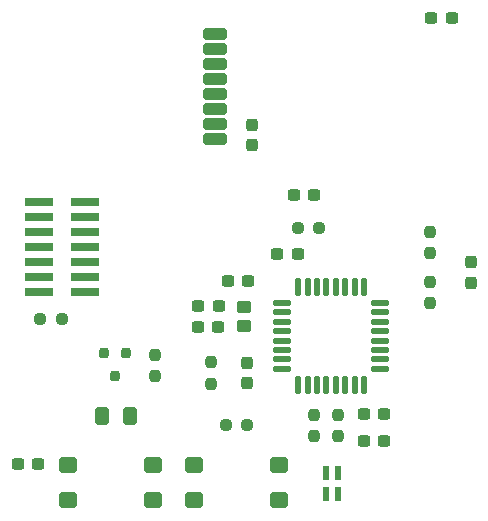
<source format=gtp>
G04 #@! TF.GenerationSoftware,KiCad,Pcbnew,8.0.8*
G04 #@! TF.CreationDate,2025-01-30T19:33:48+01:00*
G04 #@! TF.ProjectId,HAMS_node,48414d53-5f6e-46f6-9465-2e6b69636164,rev?*
G04 #@! TF.SameCoordinates,Original*
G04 #@! TF.FileFunction,Paste,Top*
G04 #@! TF.FilePolarity,Positive*
%FSLAX46Y46*%
G04 Gerber Fmt 4.6, Leading zero omitted, Abs format (unit mm)*
G04 Created by KiCad (PCBNEW 8.0.8) date 2025-01-30 19:33:48*
%MOMM*%
%LPD*%
G01*
G04 APERTURE LIST*
G04 Aperture macros list*
%AMRoundRect*
0 Rectangle with rounded corners*
0 $1 Rounding radius*
0 $2 $3 $4 $5 $6 $7 $8 $9 X,Y pos of 4 corners*
0 Add a 4 corners polygon primitive as box body*
4,1,4,$2,$3,$4,$5,$6,$7,$8,$9,$2,$3,0*
0 Add four circle primitives for the rounded corners*
1,1,$1+$1,$2,$3*
1,1,$1+$1,$4,$5*
1,1,$1+$1,$6,$7*
1,1,$1+$1,$8,$9*
0 Add four rect primitives between the rounded corners*
20,1,$1+$1,$2,$3,$4,$5,0*
20,1,$1+$1,$4,$5,$6,$7,0*
20,1,$1+$1,$6,$7,$8,$9,0*
20,1,$1+$1,$8,$9,$2,$3,0*%
G04 Aperture macros list end*
%ADD10RoundRect,0.350000X0.450000X0.350000X-0.450000X0.350000X-0.450000X-0.350000X0.450000X-0.350000X0*%
%ADD11RoundRect,0.237500X0.250000X0.237500X-0.250000X0.237500X-0.250000X-0.237500X0.250000X-0.237500X0*%
%ADD12RoundRect,0.237500X0.300000X0.237500X-0.300000X0.237500X-0.300000X-0.237500X0.300000X-0.237500X0*%
%ADD13RoundRect,0.250000X0.350000X-0.275000X0.350000X0.275000X-0.350000X0.275000X-0.350000X-0.275000X0*%
%ADD14RoundRect,0.237500X-0.250000X-0.237500X0.250000X-0.237500X0.250000X0.237500X-0.250000X0.237500X0*%
%ADD15RoundRect,0.300000X0.300000X-0.450000X0.300000X0.450000X-0.300000X0.450000X-0.300000X-0.450000X0*%
%ADD16RoundRect,0.125000X-0.625000X-0.125000X0.625000X-0.125000X0.625000X0.125000X-0.625000X0.125000X0*%
%ADD17RoundRect,0.125000X-0.125000X-0.625000X0.125000X-0.625000X0.125000X0.625000X-0.125000X0.625000X0*%
%ADD18RoundRect,0.237500X-0.237500X0.300000X-0.237500X-0.300000X0.237500X-0.300000X0.237500X0.300000X0*%
%ADD19RoundRect,0.237500X-0.300000X-0.237500X0.300000X-0.237500X0.300000X0.237500X-0.300000X0.237500X0*%
%ADD20RoundRect,0.237500X0.237500X-0.250000X0.237500X0.250000X-0.237500X0.250000X-0.237500X-0.250000X0*%
%ADD21R,0.600000X1.200000*%
%ADD22RoundRect,0.237500X0.237500X-0.300000X0.237500X0.300000X-0.237500X0.300000X-0.237500X-0.300000X0*%
%ADD23RoundRect,0.200000X-0.200000X0.250000X-0.200000X-0.250000X0.200000X-0.250000X0.200000X0.250000X0*%
%ADD24RoundRect,0.237500X-0.237500X0.250000X-0.237500X-0.250000X0.237500X-0.250000X0.237500X0.250000X0*%
%ADD25RoundRect,0.250000X0.750000X-0.250000X0.750000X0.250000X-0.750000X0.250000X-0.750000X-0.250000X0*%
%ADD26R,2.400000X0.740000*%
G04 APERTURE END LIST*
D10*
X183400000Y-101650000D03*
X190600000Y-101650000D03*
X183400000Y-104650000D03*
X190600000Y-104650000D03*
D11*
X187962500Y-98300000D03*
X186137500Y-98300000D03*
D12*
X199525000Y-99625000D03*
X197800000Y-99625000D03*
D13*
X187700000Y-89900000D03*
X187700000Y-88250000D03*
D14*
X170412500Y-89300000D03*
X172237500Y-89300000D03*
D15*
X175650000Y-97525000D03*
X178050000Y-97525000D03*
D12*
X170262500Y-101600000D03*
X168537500Y-101600000D03*
D16*
X190875000Y-87925000D03*
X190875000Y-88725000D03*
X190875000Y-89525000D03*
X190875000Y-90325000D03*
X190875000Y-91125000D03*
X190875000Y-91925000D03*
X190875000Y-92725000D03*
X190875000Y-93525000D03*
D17*
X192250000Y-94900000D03*
X193050000Y-94900000D03*
X193850000Y-94900000D03*
X194650000Y-94900000D03*
X195450000Y-94900000D03*
X196250000Y-94900000D03*
X197050000Y-94900000D03*
X197850000Y-94900000D03*
D16*
X199225000Y-93525000D03*
X199225000Y-92725000D03*
X199225000Y-91925000D03*
X199225000Y-91125000D03*
X199225000Y-90325000D03*
X199225000Y-89525000D03*
X199225000Y-88725000D03*
X199225000Y-87925000D03*
D17*
X197850000Y-86550000D03*
X197050000Y-86550000D03*
X196250000Y-86550000D03*
X195450000Y-86550000D03*
X194650000Y-86550000D03*
X193850000Y-86550000D03*
X193050000Y-86550000D03*
X192250000Y-86550000D03*
D18*
X187900000Y-93012500D03*
X187900000Y-94737500D03*
D19*
X203537500Y-63800000D03*
X205262500Y-63800000D03*
D12*
X199525000Y-97374000D03*
X197800000Y-97374000D03*
D19*
X190487500Y-83825000D03*
X192212500Y-83825000D03*
D12*
X188050000Y-86100000D03*
X186325000Y-86100000D03*
X185512500Y-89975000D03*
X183787500Y-89975000D03*
D20*
X193575000Y-99225000D03*
X193575000Y-97400000D03*
D21*
X195600000Y-102325000D03*
X195600000Y-104125000D03*
X194650000Y-104125000D03*
X194650000Y-102325000D03*
D20*
X203400000Y-87962500D03*
X203400000Y-86137500D03*
D10*
X180000000Y-104650000D03*
X172800000Y-104650000D03*
X180000000Y-101650000D03*
X172800000Y-101650000D03*
D20*
X180150000Y-94150000D03*
X180150000Y-92325000D03*
X195600000Y-99212500D03*
X195600000Y-97387500D03*
D18*
X188375000Y-72875000D03*
X188375000Y-74600000D03*
D22*
X206925000Y-86212500D03*
X206925000Y-84487500D03*
D23*
X176750000Y-94150000D03*
X175800000Y-92150000D03*
X177700000Y-92150000D03*
D12*
X193625000Y-78800000D03*
X191900000Y-78800000D03*
D24*
X203425000Y-83737500D03*
X203425000Y-81912500D03*
D25*
X185250000Y-74095000D03*
X185250000Y-72825000D03*
X185250000Y-71555000D03*
X185250000Y-70285000D03*
X185250000Y-69015000D03*
X185250000Y-67745000D03*
X185250000Y-66475000D03*
X185250000Y-65205000D03*
D24*
X184900000Y-92962500D03*
X184900000Y-94787500D03*
D12*
X185525000Y-88200000D03*
X183800000Y-88200000D03*
D14*
X192212500Y-81575000D03*
X194037500Y-81575000D03*
D26*
X170350000Y-79420000D03*
X174250000Y-79420000D03*
X170350000Y-80690000D03*
X174250000Y-80690000D03*
X170350000Y-81960000D03*
X174250000Y-81960000D03*
X170350000Y-83230000D03*
X174250000Y-83230000D03*
X170350000Y-84500000D03*
X174250000Y-84500000D03*
X170350000Y-85770000D03*
X174250000Y-85770000D03*
X170350000Y-87040000D03*
X174250000Y-87040000D03*
M02*

</source>
